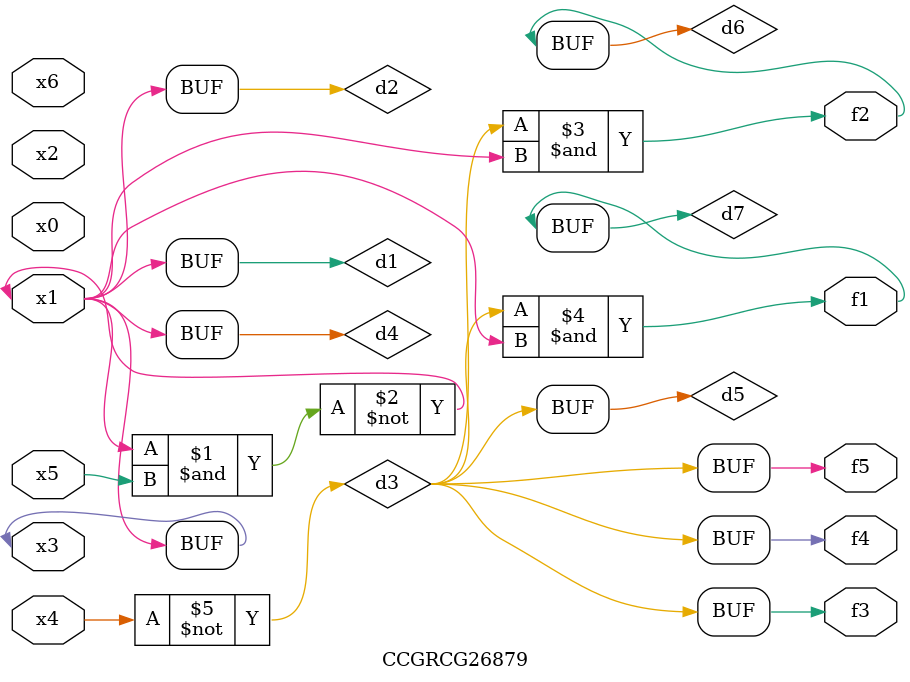
<source format=v>
module CCGRCG26879(
	input x0, x1, x2, x3, x4, x5, x6,
	output f1, f2, f3, f4, f5
);

	wire d1, d2, d3, d4, d5, d6, d7;

	buf (d1, x1, x3);
	nand (d2, x1, x5);
	not (d3, x4);
	buf (d4, d1, d2);
	buf (d5, d3);
	and (d6, d3, d4);
	and (d7, d3, d4);
	assign f1 = d7;
	assign f2 = d6;
	assign f3 = d5;
	assign f4 = d5;
	assign f5 = d5;
endmodule

</source>
